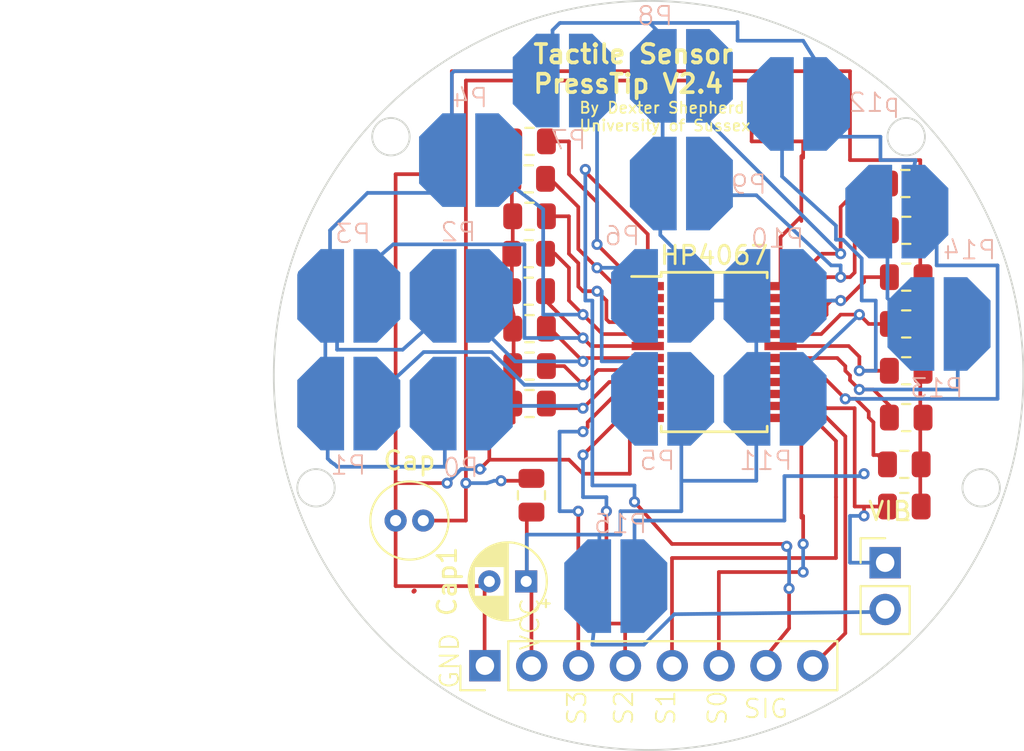
<source format=kicad_pcb>
(kicad_pcb (version 20221018) (generator pcbnew)
  (layers (0 "F.Cu" signal) (31 "B.Cu" signal) (34 "B.Paste" user) (35 "F.Paste" user) (36 "B.SilkS" user "B.Silkscreen") (37 "F.SilkS" user "F.Silkscreen") (38 "B.Mask" user) (39 "F.Mask" user) (44 "Edge.Cuts" user))
  (net 0 "")
  (footprint "Resistor_SMD:R_0805_2012Metric" (layer "F.Cu") (at 140.923 91.44)
    (fp_text reference "j15" hide)
    (fp_text value "R_0805_2012Metric" hide)
  )
  (footprint "Resistor_SMD:R_0805_2012Metric" (layer "F.Cu") (at 140.97 104.14)
    (fp_text reference "j10" hide)
    (fp_text value "R_0805_2012Metric" hide)
  )
  (footprint "Resistor_SMD:R_0805_2012Metric" (layer "F.Cu") (at 120.5465 101.346)
    (fp_text reference "j6" hide)
    (fp_text value "R_0805_2012Metric" hide)
  )
  (footprint "Resistor_SMD:R_0805_2012Metric" (layer "F.Cu") (at 140.97 101.6)
    (fp_text reference "j11" hide)
    (fp_text value "R_0805_2012Metric" hide)
  )
  (footprint "Connector_PinHeader_2.54mm:PinHeader_1x08_P2.54mm_Vertical" (layer "F.Cu") (at 118.125 117.602 90)
    (fp_text reference "GPIO" hide)
    (fp_text value "PinHeader_1x08_P2.54mm_Vertical" hide)
  )
  (footprint "Resistor_SMD:R_0805_2012Metric" (layer "F.Cu") (at 140.97 96.52)
    (fp_text reference "j13" hide)
    (fp_text value "R_0805_2012Metric" hide)
  )
  (footprint "Resistor_SMD:R_0805_2012Metric" (layer "F.Cu") (at 120.5465 99.314)
    (fp_text reference "j1" hide)
    (fp_text value "R_0805_2012Metric" hide)
  )
  (footprint "Package_SO:SSOP-24_5.3x8.2mm_P0.65mm" (layer "F.Cu") (at 130.556 100.584)
    (fp_text reference "HP4067")
    (fp_text value "SSOP-24_5.3x8.2mm_P0.65mm")
  )
  (footprint "Resistor_SMD:R_0805_2012Metric" (layer "F.Cu") (at 120.4995 97.282)
    (fp_text reference "j5" hide)
    (fp_text value "R_0805_2012Metric" hide)
  )
  (footprint "Capacitor_THT:CP_Radial_D4.0mm_P2.00mm" (layer "F.Cu") (at 120.364 113.03 180)
    (fp_text reference "Cap1")
    (fp_text value "CP_Radial_D4.0mm_P2.00mm" hide)
  )
  (footprint "Resistor_SMD:R_0805_2012Metric" (layer "F.Cu") (at 140.97 99.06)
    (fp_text reference "j12" hide)
    (fp_text value "R_0805_2012Metric" hide)
  )
  (footprint "Resistor_SMD:R_0805_2012Metric" (layer "F.Cu") (at 140.8665 108.966)
    (fp_text reference "j8" hide)
    (fp_text value "R_0805_2012Metric" hide)
  )
  (footprint "Resistor_SMD:R_0805_2012Metric" (layer "F.Cu") (at 120.5465 93.218)
    (fp_text reference "j3" hide)
    (fp_text value "R_0805_2012Metric" hide)
  )
  (footprint "Resistor_SMD:R_0805_2012Metric" (layer "F.Cu") (at 120.5465 103.378)
    (fp_text reference "j7" hide)
    (fp_text value "R_0805_2012Metric" hide)
  )
  (footprint "Resistor_SMD:R_0805_2012Metric" (layer "F.Cu") (at 120.65 108.3545 90)
    (fp_text reference "RP" hide)
    (fp_text value "R_0805_2012Metric" hide)
  )
  (footprint "Capacitor_THT:C_Radial_D4.0mm_H5.0mm_P1.50mm" (layer "F.Cu") (at 113.284 109.728)
    (fp_text reference "Cap")
    (fp_text value "C_Radial_D4.0mm_H5.0mm_P1.50mm")
  )
  (footprint "Resistor_SMD:R_0805_2012Metric" (layer "F.Cu") (at 120.4995 91.186)
    (fp_text reference "j4" hide)
    (fp_text value "R_0805_2012Metric" hide)
  )
  (footprint "Connector_PinHeader_2.54mm:PinHeader_1x02_P2.54mm_Vertical" (layer "F.Cu") (at 139.827 112.014)
    (fp_text reference "VIB")
    (fp_text value "PinHeader_1x02_P2.54mm_Vertical" hide)
  )
  (footprint "Resistor_SMD:R_0805_2012Metric" (layer "F.Cu") (at 140.8665 106.68)
    (fp_text reference "j9" hide)
    (fp_text value "R_0805_2012Metric" hide)
  )
  (footprint "Resistor_SMD:R_0805_2012Metric" (layer "F.Cu") (at 120.5465 89.154)
    (fp_text reference "j4.1" hide)
    (fp_text value "R_0805_2012Metric" hide)
  )
  (footprint "Resistor_SMD:R_0805_2012Metric" (layer "F.Cu") (at 120.4995 95.25)
    (fp_text reference "j2" hide)
    (fp_text value "R_0805_2012Metric" hide)
  )
  (footprint "Resistor_SMD:R_0805_2012Metric" (layer "F.Cu") (at 140.97 93.98)
    (fp_text reference "j14" hide)
    (fp_text value "R_0805_2012Metric" hide)
  )
  (gr_line (start 117.094 85.852) (end 132.588 85.852) (stroke (width 0.2)) (layer "F.Cu"))
  (gr_line (start 118.11 113.284) (end 113.284 113.284) (stroke (width 0.2)) (layer "F.Cu"))
  (gr_line (start 137.922 85.344) (end 137.922 90.17) (stroke (width 0.2)) (layer "F.Cu"))
  (gr_line (start 135.382 112.522) (end 130.81 112.522) (stroke (width 0.2)) (layer "F.Cu"))
  (gr_line (start 118.364 106.426) (end 122.682 106.426) (stroke (width 0.2)) (layer "F.Cu"))
  (gr_line (start 116.332 90.932) (end 116.332 85.344) (stroke (width 0.2)) (layer "F.Cu"))
  (gr_line (start 123.444 107.188) (end 125.984 107.188) (stroke (width 0.2)) (layer "F.Cu"))
  (gr_line (start 135.382 102.362) (end 135.128 102.362) (stroke (width 0.2)) (layer "F.Cu"))
  (gr_line (start 123.444 103.632) (end 121.666 103.632) (stroke (width 0.2)) (layer "F.Cu"))
  (gr_line (start 116.332 85.344) (end 137.922 85.344) (stroke (width 0.2)) (layer "F.Cu"))
  (gr_line (start 125.73 115.316) (end 125.73 117.348) (stroke (width 0.2)) (layer "F.Cu"))
  (gr_line (start 137.922 90.17) (end 141.732 90.17) (stroke (width 0.2)) (layer "F.Cu"))
  (gr_line (start 118.999 107.569) (end 120.396 107.569) (stroke (width 0.2)) (layer "F.Cu"))
  (gr_line (start 117.094 107.696) (end 117.094 85.852) (stroke (width 0.2)) (layer "F.Cu"))
  (gr_line (start 116.078 107.696) (end 113.284 107.696) (stroke (width 0.2)) (layer "F.Cu"))
  (gr_line (start 134.62 113.411) (end 134.62 115.57) (stroke (width 0.2)) (layer "F.Cu"))
  (gr_line (start 119.681 103.378) (end 119.681 98.552) (stroke (width 0.2)) (layer "F.Cu"))
  (gr_line (start 117.856 106.934) (end 118.364 106.426) (stroke (width 0.2)) (layer "F.Cu"))
  (gr_line (start 136.652 103.632) (end 135.382 102.362) (stroke (width 0.2)) (layer "F.Cu"))
  (gr_line (start 141.732 91.44) (end 141.732 109.22) (stroke (width 0.2)) (layer "F.Cu"))
  (gr_line (start 126.238 108.712) (end 128.27 110.998) (stroke (width 0.2)) (layer "F.Cu"))
  (gr_line (start 139.954 108.966) (end 138.176 108.966) (stroke (width 0.2)) (layer "F.Cu"))
  (gr_line (start 132.588 89.154) (end 135.382 89.154) (stroke (width 0.2)) (layer "F.Cu"))
  (gr_line (start 122.682 106.426) (end 123.444 107.188) (stroke (width 0.2)) (layer "F.Cu"))
  (gr_line (start 138.176 108.966) (end 138.176 103.632) (stroke (width 0.2)) (layer "F.Cu"))
  (gr_line (start 118.364 104.902) (end 119.681 104.394) (stroke (width 0.2)) (layer "F.Cu"))
  (gr_line (start 128.27 110.998) (end 134.493 110.998) (stroke (width 0.2)) (layer "F.Cu"))
  (gr_line (start 135.128 102.362) (end 134.874 102.108) (stroke (width 0.2)) (layer "F.Cu"))
  (gr_line (start 114.808 109.728) (end 117.094 109.728) (stroke (width 0.2)) (layer "F.Cu"))
  (gr_line (start 113.284 90.932) (end 116.332 90.932) (stroke (width 0.2)) (layer "F.Cu"))
  (gr_line (start 128.27 111.76) (end 128.27 117.602) (stroke (width 0.2)) (layer "F.Cu"))
  (gr_line (start 125.984 107.188) (end 125.984 104.14) (stroke (width 0.2)) (layer "F.Cu"))
  (gr_line (start 124.714 115.316) (end 125.73 115.316) (stroke (width 0.2)) (layer "F.Cu"))
  (gr_line (start 130.81 112.522) (end 130.81 117.348) (stroke (width 0.2)) (layer "F.Cu"))
  (gr_line (start 123.19 109.22) (end 123.19 116.84) (stroke (width 0.2)) (layer "F.Cu"))
  (gr_line (start 119.38 97.282) (end 119.681 98.552) (stroke (width 0.2)) (layer "F.Cu"))
  (gr_line (start 138.684 108.966) (end 138.684 109.474) (stroke (width 0.2)) (layer "F.Cu"))
  (gr_line (start 135.382 89.154) (end 135.382 90.043) (stroke (width 0.2)) (layer "F.Cu"))
  (gr_line (start 137.16 108.458) (end 137.16 111.76) (stroke (width 0.2)) (layer "F.Cu"))
  (gr_line (start 125.984 104.14) (end 126.492 104.14) (stroke (width 0.2)) (layer "F.Cu"))
  (gr_line (start 117.094 109.728) (end 117.094 107.696) (stroke (width 0.2)) (layer "F.Cu"))
  (gr_line (start 119.681 104.394) (end 119.681 102.87) (stroke (width 0.2)) (layer "F.Cu"))
  (gr_line (start 120.65 117.094) (end 120.65 113.284) (stroke (width 0.2)) (layer "F.Cu"))
  (gr_line (start 137.16 111.76) (end 128.27 111.76) (stroke (width 0.2)) (layer "F.Cu"))
  (gr_line (start 113.284 113.284) (end 113.284 109.728) (stroke (width 0.2)) (layer "F.Cu"))
  (gr_line (start 134.62 115.57) (end 133.477 116.967) (stroke (width 0.2)) (layer "F.Cu"))
  (gr_line (start 120.396 112.776) (end 120.396 109.22) (stroke (width 0.2)) (layer "F.Cu"))
  (gr_line (start 132.588 85.852) (end 132.588 89.154) (stroke (width 0.2)) (layer "F.Cu"))
  (gr_line (start 135.382 109.474) (end 135.382 110.744) (stroke (width 0.2)) (layer "F.Cu"))
  (gr_line (start 118.11 116.84) (end 118.11 113.284) (stroke (width 0.2)) (layer "F.Cu"))
  (gr_line (start 138.176 103.632) (end 136.652 103.632) (stroke (width 0.2)) (layer "F.Cu"))
  (gr_line (start 124.714 109.22) (end 124.714 115.316) (stroke (width 0.2)) (layer "F.Cu"))
  (gr_line (start 141.732 90.17) (end 141.732 91.44) (stroke (width 0.2)) (layer "F.Cu"))
  (gr_line (start 118.364 106.426) (end 118.364 104.902) (stroke (width 0.2)) (layer "F.Cu"))
  (gr_line (start 113.284 109.728) (end 113.284 90.932) (stroke (width 0.2)) (layer "F.Cu"))
  (gr_line (start 137.414 96.393) (end 137.414 95.885) (stroke (width 0.2)) (layer "B.Cu"))
  (gr_line (start 130.048 97.79) (end 132.588 97.79) (stroke (width 0.2)) (layer "B.Cu"))
  (gr_line (start 123.952 107.823) (end 126.238 107.823) (stroke (width 0.2)) (layer "B.Cu"))
  (gr_line (start 123.444 98.552) (end 121.285 98.552) (stroke (width 0.2)) (layer "B.Cu"))
  (gr_line (start 120.396 110.49) (end 124.333 110.49) (stroke (width 0.2)) (layer "B.Cu"))
  (gr_line (start 137.414 95.25) (end 130.302 88.138) (stroke (width 0.2)) (layer "B.Cu"))
  (gr_line (start 125.476 110.49) (end 124.333 110.49) (stroke (width 0.2)) (layer "B.Cu"))
  (gr_line (start 123.444 103.505) (end 118.237 103.505) (stroke (width 0.2)) (layer "B.Cu"))
  (gr_line (start 118.11 106.934) (end 117.856 106.934) (stroke (width 0.2)) (layer "B.Cu"))
  (gr_line (start 122.174 109.22) (end 123.19 109.22) (stroke (width 0.2)) (layer "B.Cu"))
  (gr_line (start 120.269 102.362) (end 118.491 100.584) (stroke (width 0.2)) (layer "B.Cu"))
  (gr_line (start 126.238 109.728) (end 126.238 111.379) (stroke (width 0.2)) (layer "B.Cu"))
  (gr_line (start 124.46 97.282) (end 124.46 101.092) (stroke (width 0.2)) (layer "B.Cu"))
  (gr_line (start 135.382 110.998) (end 135.382 112.522) (stroke (width 0.2)) (layer "B.Cu"))
  (gr_line (start 134.62 111.252) (end 134.62 113.538) (stroke (width 0.2)) (layer "B.Cu"))
  (gr_line (start 121.285 98.552) (end 121.285 92.837) (stroke (width 0.2)) (layer "B.Cu"))
  (gr_line (start 121.285 92.837) (end 119.761 91.694) (stroke (width 0.2)) (layer "B.Cu"))
  (gr_line (start 124.206 97.282) (end 124.46 97.282) (stroke (width 0.2)) (layer "B.Cu"))
  (gr_line (start 124.714 109.22) (end 124.714 108.458) (stroke (width 0.2)) (layer "B.Cu"))
  (gr_line (start 120.269 99.822) (end 120.269 94.742) (stroke (width 0.2)) (layer "B.Cu"))
  (gr_line (start 123.952 97.79) (end 123.952 107.823) (stroke (width 0.2)) (layer "B.Cu"))
  (gr_line (start 124.333 110.49) (end 124.333 111.506) (stroke (width 0.2)) (layer "B.Cu"))
  (gr_line (start 128.397 114.808) (end 126.746 116.459) (stroke (width 0.2)) (layer "B.Cu"))
  (gr_line (start 119.761 101.092) (end 118.364 99.695) (stroke (width 0.2)) (layer "B.Cu"))
  (gr_line (start 143.764 102.616) (end 143.764 101.092) (stroke (width 0.2)) (layer "B.Cu"))
  (gr_line (start 110.109 99.695) (end 110.109 100.457) (stroke (width 0.2)) (layer "B.Cu"))
  (gr_line (start 124.46 101.092) (end 126.365 101.092) (stroke (width 0.2)) (layer "B.Cu"))
  (gr_line (start 139.827 112.014) (end 137.922 112.014) (stroke (width 0.2)) (layer "B.Cu"))
  (gr_line (start 123.444 99.822) (end 120.269 99.822) (stroke (width 0.2)) (layer "B.Cu"))
  (gr_line (start 138.43 102.616) (end 143.764 102.616) (stroke (width 0.2)) (layer "B.Cu"))
  (gr_line (start 134.239 91.059) (end 137.16 93.726) (stroke (width 0.2)) (layer "B.Cu"))
  (gr_line (start 118.491 100.584) (end 114.808 100.584) (stroke (width 0.2)) (layer "B.Cu"))
  (gr_line (start 139.573 88.9) (end 139.573 90.17) (stroke (width 0.2)) (layer "B.Cu"))
  (gr_line (start 123.571 90.678) (end 123.571 97.79) (stroke (width 0.2)) (layer "B.Cu"))
  (gr_line (start 145.923 95.885) (end 142.621 95.885) (stroke (width 0.2)) (layer "B.Cu"))
  (gr_line (start 141.478 90.17) (end 141.351 90.678) (stroke (width 0.2)) (layer "B.Cu"))
  (gr_line (start 136.906 95.885) (end 132.842 92.075) (stroke (width 0.2)) (layer "B.Cu"))
  (gr_line (start 123.952 116.459) (end 124.079 115.189) (stroke (width 0.2)) (layer "B.Cu"))
  (gr_line (start 128.778 107.569) (end 128.778 109.22) (stroke (width 0.2)) (layer "B.Cu"))
  (gr_line (start 134.239 89.281) (end 134.239 91.059) (stroke (width 0.2)) (layer "B.Cu"))
  (gr_line (start 131.826 83.693) (end 135.382 83.693) (stroke (width 0.2)) (layer "B.Cu"))
  (gr_line (start 134.366 109.728) (end 126.238 109.728) (stroke (width 0.2)) (layer "B.Cu"))
  (gr_line (start 116.078 107.696) (end 116.84 106.934) (stroke (width 0.2)) (layer "B.Cu"))
  (gr_line (start 137.922 109.474) (end 138.684 109.474) (stroke (width 0.2)) (layer "B.Cu"))
  (gr_line (start 113.157 94.742) (end 112.268 95.504) (stroke (width 0.2)) (layer "B.Cu"))
  (gr_line (start 137.414 97.79) (end 136.398 97.79) (stroke (width 0.2)) (layer "B.Cu"))
  (gr_line (start 139.827 114.681) (end 128.397 114.808) (stroke (width 0.2)) (layer "B.Cu"))
  (gr_line (start 114.808 100.584) (end 113.157 102.108) (stroke (width 0.2)) (layer "B.Cu"))
  (gr_line (start 136.779 88.9) (end 139.573 88.9) (stroke (width 0.2)) (layer "B.Cu"))
  (gr_line (start 123.444 101.092) (end 119.761 101.092) (stroke (width 0.2)) (layer "B.Cu"))
  (gr_line (start 134.366 107.315) (end 134.366 109.728) (stroke (width 0.2)) (layer "B.Cu"))
  (gr_line (start 137.922 112.014) (end 137.922 109.474) (stroke (width 0.2)) (layer "B.Cu"))
  (gr_line (start 137.414 95.885) (end 136.906 95.885) (stroke (width 0.2)) (layer "B.Cu"))
  (gr_line (start 142.621 95.885) (end 142.621 94.615) (stroke (width 0.2)) (layer "B.Cu"))
  (gr_line (start 131.826 82.677) (end 131.826 83.693) (stroke (width 0.2)) (layer "B.Cu"))
  (gr_line (start 124.206 94.742) (end 124.206 87.503) (stroke (width 0.2)) (layer "B.Cu"))
  (gr_line (start 126.746 116.459) (end 123.952 116.459) (stroke (width 0.2)) (layer "B.Cu"))
  (gr_line (start 138.43 98.552) (end 135.636 101.219) (stroke (width 0.2)) (layer "B.Cu"))
  (gr_line (start 138.557 95.504) (end 138.557 97.79) (stroke (width 0.2)) (layer "B.Cu"))
  (gr_line (start 123.444 108.458) (end 124.714 108.458) (stroke (width 0.2)) (layer "B.Cu"))
  (gr_line (start 128.778 109.22) (end 125.476 109.22) (stroke (width 0.2)) (layer "B.Cu"))
  (gr_line (start 126.238 107.823) (end 126.238 108.712) (stroke (width 0.2)) (layer "B.Cu"))
  (gr_line (start 139.319 101.6) (end 138.557 101.6) (stroke (width 0.2)) (layer "B.Cu"))
  (gr_line (start 120.269 94.742) (end 113.157 94.742) (stroke (width 0.2)) (layer "B.Cu"))
  (gr_line (start 110.109 100.457) (end 113.665 100.457) (stroke (width 0.2)) (layer "B.Cu"))
  (gr_line (start 118.618 107.569) (end 118.999 107.569) (stroke (width 0.2)) (layer "B.Cu"))
  (gr_line (start 145.923 103.124) (end 145.923 95.885) (stroke (width 0.2)) (layer "B.Cu"))
  (gr_line (start 137.668 103.124) (end 145.923 103.124) (stroke (width 0.2)) (layer "B.Cu"))
  (gr_line (start 117.094 107.696) (end 118.237 107.696) (stroke (width 0.2)) (layer "B.Cu"))
  (gr_line (start 138.557 97.79) (end 139.319 97.79) (stroke (width 0.2)) (layer "B.Cu"))
  (gr_line (start 123.444 106.172) (end 123.444 108.458) (stroke (width 0.2)) (layer "B.Cu"))
  (gr_line (start 137.16 94.488) (end 137.541 94.488) (stroke (width 0.2)) (layer "B.Cu"))
  (gr_line (start 124.206 96.012) (end 125.984 96.012) (stroke (width 0.2)) (layer "B.Cu"))
  (gr_line (start 123.444 102.362) (end 120.269 102.362) (stroke (width 0.2)) (layer "B.Cu"))
  (gr_line (start 137.541 94.488) (end 138.557 95.504) (stroke (width 0.2)) (layer "B.Cu"))
  (gr_line (start 123.571 97.79) (end 123.952 97.79) (stroke (width 0.2)) (layer "B.Cu"))
  (gr_line (start 123.444 104.902) (end 122.174 104.902) (stroke (width 0.2)) (layer "B.Cu"))
  (gr_line (start 122.174 104.902) (end 122.174 109.22) (stroke (width 0.2)) (layer "B.Cu"))
  (gr_line (start 139.573 90.17) (end 141.478 90.17) (stroke (width 0.2)) (layer "B.Cu"))
  (gr_line (start 139.319 97.79) (end 139.319 101.6) (stroke (width 0.2)) (layer "B.Cu"))
  (gr_line (start 120.396 112.903) (end 120.396 110.49) (stroke (width 0.2)) (layer "B.Cu"))
  (gr_line (start 128.778 107.569) (end 128.778 104.902) (stroke (width 0.2)) (layer "B.Cu"))
  (gr_line (start 116.84 106.934) (end 118.11 106.934) (stroke (width 0.2)) (layer "B.Cu"))
  (gr_line (start 137.16 93.726) (end 137.16 94.488) (stroke (width 0.2)) (layer "B.Cu"))
  (gr_line (start 135.382 83.693) (end 136.017 84.709) (stroke (width 0.2)) (layer "B.Cu"))
  (gr_line (start 125.476 109.22) (end 125.476 110.49) (stroke (width 0.2)) (layer "B.Cu"))
  (gr_line (start 132.842 92.075) (end 131.191 92.075) (stroke (width 0.2)) (layer "B.Cu"))
  (gr_line (start 138.684 107.315) (end 134.366 107.315) (stroke (width 0.2)) (layer "B.Cu"))
  (gr_line (start 132.842 101.346) (end 132.842 99.314) (stroke (width 0.2)) (layer "B.Cu"))
  (gr_line (start 113.665 100.457) (end 114.935 99.314) (stroke (width 0.2)) (layer "B.Cu"))
  (gr_line (start 118.237 107.696) (end 118.618 107.569) (stroke (width 0.2)) (layer "B.Cu"))
  (gr_circle (center 145.034 107.95) (end 145.034 106.934) (stroke (width 0.1)) (fill none) (layer "Edge.Cuts"))
  (gr_circle (center 127 101.854) (end 127.254 81.534) (stroke (width 0.1)) (fill none) (layer "Edge.Cuts"))
  (gr_circle (center 113.03 88.9) (end 113.03 87.884) (stroke (width 0.1)) (fill none) (layer "Edge.Cuts"))
  (gr_circle (center 108.966 107.95) (end 108.966 106.934) (stroke (width 0.1)) (fill none) (layer "Edge.Cuts"))
  (gr_circle (center 140.97 88.9) (end 140.97 87.884) (stroke (width 0.1)) (fill none) (layer "Edge.Cuts"))
  (gr_text "P1\n" (at 111.76 107.315) (layer "B.SilkS") (effects (font (size 1 1) (thickness 0.1)) (justify left bottom mirror)))
  (gr_text "p12" (at 140.716 87.63) (layer "B.SilkS") (effects (font (size 1 1) (thickness 0.1)) (justify left bottom mirror)))
  (gr_text "P3\n" (at 112.014 94.742) (layer "B.SilkS") (effects (font (size 1 1) (thickness 0.1)) (justify left bottom mirror)))
  (gr_text "P0\n" (at 117.856 107.442) (layer "B.SilkS") (effects (font (size 1 1) (thickness 0.1)) (justify left bottom mirror)))
  (gr_text "P6" (at 126.619 94.869) (layer "B.SilkS") (effects (font (size 1 1) (thickness 0.1)) (justify left bottom mirror)))
  (gr_text "P10\n" (at 135.509 94.996) (layer "B.SilkS") (effects (font (size 1 1) (thickness 0.1)) (justify left bottom mirror)))
  (gr_text "P5" (at 128.524 107.061) (layer "B.SilkS") (effects (font (size 1 1) (thickness 0.1)) (justify left bottom mirror)))
  (gr_text "P11\n" (at 134.874 107.061) (layer "B.SilkS") (effects (font (size 1 1) (thickness 0.1)) (justify left bottom mirror)))
  (gr_text "P13\n" (at 144.145 103.124) (layer "B.SilkS") (effects (font (size 1 1) (thickness 0.1)) (justify left bottom mirror)))
  (gr_text "P7" (at 123.698 89.662) (layer "B.SilkS") (effects (font (size 1 1) (thickness 0.1)) (justify left bottom mirror)))
  (gr_text "P15\n" (at 127 110.49) (layer "B.SilkS") (effects (font (size 1 1) (thickness 0.1)) (justify left bottom mirror)))
  (gr_text "P14\n" (at 145.923 95.631) (layer "B.SilkS") (effects (font (size 1 1) (thickness 0.1)) (justify left bottom mirror)))
  (gr_text "P9" (at 133.477 92.075) (layer "B.SilkS") (effects (font (size 1 1) (thickness 0.1)) (justify left bottom mirror)))
  (gr_text "P2\n\n" (at 117.729 96.266) (layer "B.SilkS") (effects (font (size 1 1) (thickness 0.1)) (justify left bottom mirror)))
  (gr_text "P8\n" (at 128.397 82.931) (layer "B.SilkS") (effects (font (size 1 1) (thickness 0.1)) (justify left bottom mirror)))
  (gr_text "P4\n" (at 118.364 87.376) (layer "B.SilkS") (effects (font (size 1 1) (thickness 0.1)) (justify left bottom mirror)))
  (gr_text "VCC\n" (at 121.158 116.84 90) (layer "F.SilkS") (effects (font (size 1 1) (thickness 0.1)) (justify left bottom)))
  (gr_text "By Dexter Shepherd\nUniversity of Sussex" (at 123.19 88.646) (layer "F.SilkS") (effects (font (size 0.6 0.6) (thickness 0.1) bold) (justify left bottom)))
  (gr_text "S3" (at 123.698 120.904 90) (layer "F.SilkS") (effects (font (size 1 1) (thickness 0.1)) (justify left bottom)))
  (gr_text "SIG" (at 132.08 120.523) (layer "F.SilkS") (effects (font (size 1 1) (thickness 0.1)) (justify left bottom)))
  (gr_text "GND\n" (at 116.795 118.932 90) (layer "F.SilkS") (effects (font (size 1 1) (thickness 0.1)) (justify left bottom)))
  (gr_text "S2" (at 126.238 120.904 90) (layer "F.SilkS") (effects (font (size 1 1) (thickness 0.1)) (justify left bottom)))
  (gr_text "S0" (at 131.318 120.904 90) (layer "F.SilkS") (effects (font (size 1 1) (thickness 0.1)) (justify left bottom)))
  (gr_text "S1" (at 128.524 120.904 90) (layer "F.SilkS") (effects (font (size 1 1) (thickness 0.1)) (justify left bottom)))
  (gr_text "Tactile Sensor\nPressTip V2.4\n" (at 120.65 86.614) (layer "F.SilkS") (effects (font (size 1 1) (thickness 0.2) bold) (justify left bottom)))
  (segment (start 136.357 99.609) (end 134.156 99.609) (width 0.2) (layer "F.Cu") (net 0))
  (segment (start 124.206 94.742) (end 124.206 92.456) (width 0.2) (layer "F.Cu") (net 0))
  (segment (start 123.444 104.902) (end 125.984 104.902) (width 0) (layer "F.Cu") (net 0))
  (segment (start 122.682 89.154) (end 121.459 89.154) (width 0.2) (layer "F.Cu") (net 0))
  (segment (start 138.43 100.838) (end 137.851 100.259) (width 0.2) (layer "F.Cu") (net 0))
  (segment (start 136.144 97.028) (end 136.144 98.044) (width 0.2) (layer "F.Cu") (net 0))
  (segment (start 136.144 98.044) (end 135.879 98.309) (width 0.2) (layer "F.Cu") (net 0))
  (segment (start 137.922 101.854) (end 137.668 101.6) (width 0.2) (layer "F.Cu") (net 0))
  (segment (start 138.684 91.44) (end 140.0105 91.44) (width 0.2) (layer "F.Cu") (net 0))
  (segment (start 124.867 102.209) (end 126.956 102.209) (width 0.2) (layer "F.Cu") (net 0))
  (segment (start 121.666 99.314) (end 121.459 99.314) (width 0.2) (layer "F.Cu") (net 0))
  (segment (start 138.43 102.616) (end 139.192 102.616) (width 0.2) (layer "F.Cu") (net 0))
  (segment (start 124.206 94.742) (end 125.73 96.266) (width 0.2) (layer "F.Cu") (net 0))
  (segment (start 125.73 97.536) (end 125.853 97.659) (width 0.2) (layer "F.Cu") (net 0))
  (segment (start 136.652 98.552) (end 136.245 98.959) (width 0.2) (layer "F.Cu") (net 0))
  (segment (start 140.0575 103.4815) (end 140.0575 104.14) (width 0.2) (layer "F.Cu") (net 0))
  (segment (start 123.19 95.758) (end 122.682 95.25) (width 0.2) (layer "F.Cu") (net 0))
  (segment (start 122.682 95.25) (end 122.682 93.218) (width 0.2) (layer "F.Cu") (net 0))
  (segment (start 135.284 93.472) (end 135.284 93.218) (width 0.2) (layer "F.Cu") (net 0))
  (segment (start 137.668 101.346) (end 137.668 101.6) (width 0.2) (layer "F.Cu") (net 0))
  (segment (start 125.233 98.309) (end 126.956 98.309) (width 0.2) (layer "F.Cu") (net 0))
  (segment (start 121.666 91.186) (end 121.412 91.186) (width 0.2) (layer "F.Cu") (net 0))
  (segment (start 137.414 98.552) (end 136.357 99.609) (width 0.2) (layer "F.Cu") (net 0))
  (segment (start 123.881 100.259) (end 126.956 100.259) (width 0.2) (layer "F.Cu") (net 0))
  (segment (start 135.284 93.218) (end 134.156 94.346) (width 0.2) (layer "F.Cu") (net 0))
  (segment (start 138.176 94.488) (end 138.684 93.98) (width 0.2) (layer "F.Cu") (net 0))
  (segment (start 138.43 101.6) (end 140.0575 101.6) (width 0.2) (layer "F.Cu") (net 0))
  (segment (start 124.206 96.012) (end 125.222 97.028) (width 0.2) (layer "F.Cu") (net 0))
  (segment (start 137.922 102.108) (end 138.43 102.616) (width 0.2) (layer "F.Cu") (net 0))
  (segment (start 123.19 92.71) (end 121.666 91.186) (width 0.2) (layer "F.Cu") (net 0))
  (segment (start 123.698 104.648) (end 123.444 104.902) (width 0.2) (layer "F.Cu") (net 0))
  (segment (start 137.668 103.124) (end 136.103 101.559) (width 0.2) (layer "F.Cu") (net 0))
  (segment (start 137.414 97.79) (end 137.668 97.79) (width 0.2) (layer "F.Cu") (net 0))
  (segment (start 119.634 93.218) (end 119.634 95.203) (width 0.2) (layer "F.Cu") (net 0))
  (segment (start 137.668 115.839) (end 135.905 117.602) (width 0.2) (layer "F.Cu") (net 0))
  (segment (start 136.652 98.044) (end 136.652 98.552) (width 0.2) (layer "F.Cu") (net 0))
  (segment (start 138.43 98.552) (end 138.938 99.06) (width 0.2) (layer "F.Cu") (net 0))
  (segment (start 137.922 102.108) (end 137.922 101.854) (width 0.2) (layer "F.Cu") (net 0))
  (segment (start 138.684 96.774) (end 138.684 96.52) (width 0.2) (layer "F.Cu") (net 0))
  (segment (start 139.446 106.172) (end 139.954 106.68) (width 0.2) (layer "F.Cu") (net 0))
  (segment (start 134.156 100.909) (end 137.231 100.909) (width 0.2) (layer "F.Cu") (net 0))
  (segment (start 119.587 95.25) (end 119.587 97.282) (width 0.2) (layer "F.Cu") (net 0))
  (segment (start 124.206 97.282) (end 124.714 97.79) (width 0.2) (layer "F.Cu") (net 0))
  (segment (start 120.665 113.331) (end 120.364 113.03) (width 0) (layer "F.Cu") (net 0))
  (segment (start 124.867 98.959) (end 126.956 98.959) (width 0.2) (layer "F.Cu") (net 0))
  (segment (start 138.938 104.14) (end 139.192 104.394) (width 0.2) (layer "F.Cu") (net 0))
  (segment (start 125.222 97.028) (end 125.222 98.298) (width 0.2) (layer "F.Cu") (net 0))
  (segment (start 137.414 95.25) (end 136.398 95.25) (width 0.2) (layer "F.Cu") (net 0))
  (segment (start 124.247 101.559) (end 126.956 101.559) (width 0.2) (layer "F.Cu") (net 0))
  (segment (start 137.668 105.156) (end 137.668 115.839) (width 0.2) (layer "F.Cu") (net 0))
  (segment (start 123.444 102.362) (end 124.247 101.559) (width 0.2) (layer "F.Cu") (net 0))
  (segment (start 138.43 101.6) (end 138.43 100.838) (width 0.2) (layer "F.Cu") (net 0))
  (segment (start 137.668 105.156) (end 135.371 102.859) (width 0.2) (layer "F.Cu") (net 0))
  (segment (start 123.444 106.172) (end 125.476 104.14) (width 0.2) (layer "F.Cu") (net 0))
  (segment (start 134.156 94.346) (end 134.156 97.009) (width 0.2) (layer "F.Cu") (net 0))
  (segment (start 125.853 97.659) (end 126.956 97.659) (width 0.2) (layer "F.Cu") (net 0))
  (segment (start 122.682 93.218) (end 121.459 93.218) (width 0.2) (layer "F.Cu") (net 0))
  (segment (start 121.92 95.25) (end 121.412 95.25) (width 0.2) (layer "F.Cu") (net 0))
  (segment (start 125.476 104.14) (end 125.476 103.632) (width 0.2) (layer "F.Cu") (net 0))
  (segment (start 123.19 97.028) (end 123.19 95.758) (width 0.2) (layer "F.Cu") (net 0))
  (segment (start 136.906 97.79) (end 136.652 98.044) (width 0.2) (layer "F.Cu") (net 0))
  (segment (start 125.222 98.298) (end 125.233 98.309) (width 0.2) (layer "F.Cu") (net 0))
  (segment (start 123.571 90.805) (end 123.571 90.678) (width 0.2) (layer "F.Cu") (net 0))
  (segment (start 137.922 96.52) (end 138.176 96.266) (width 0.2) (layer "F.Cu") (net 0))
  (segment (start 124.714 97.79) (end 124.714 98.806) (width 0.2) (layer "F.Cu") (net 0))
  (segment (start 123.444 103.632) (end 124.867 102.209) (width 0.2) (layer "F.Cu") (net 0))
  (segment (start 137.851 100.259) (end 134.156 100.259) (width 0.2) (layer "F.Cu") (net 0))
  (segment (start 120.665 117.602) (end 120.665 113.331) (width 0) (layer "F.Cu") (net 0))
  (segment (start 122.682 97.79) (end 122.682 96.012) (width 0.2) (layer "F.Cu") (net 0))
  (segment (start 124.206 97.282) (end 123.444 97.282) (width 0.2) (layer "F.Cu") (net 0))
  (segment (start 137.414 95.25) (end 137.414 92.71) (width 0.2) (layer "F.Cu") (net 0))
  (segment (start 121.412 97.79) (end 121.412 97.282) (width 0.2) (layer "F.Cu") (net 0))
  (segment (start 124.501 99.609) (end 126.956 99.609) (width 0.2) (layer "F.Cu") (net 0))
  (segment (start 138.43 98.552) (end 137.414 98.552) (width 0.2) (layer "F.Cu") (net 0))
  (segment (start 125.73 96.266) (end 125.73 97.536) (width 0.2) (layer "F.Cu") (net 0))
  (segment (start 135.636 96.012) (end 135.636 97.536) (width 0.2) (layer "F.Cu") (net 0))
  (segment (start 137.414 97.79) (end 136.906 97.79) (width 0.2) (layer "F.Cu") (net 0))
  (segment (start 138.684 96.52) (end 140.0575 96.52) (width 0.2) (layer "F.Cu") (net 0))
  (segment (start 123.444 102.362) (end 122.428 101.346) (width 0.2) (layer "F.Cu") (net 0))
  (segment (start 137.414 96.52) (end 137.922 96.52) (width 0.2) (layer "F.Cu") (net 0))
  (segment (start 137.414 92.71) (end 138.684 91.44) (width 0.2) (layer "F.Cu") (net 0))
  (segment (start 119.587 91.186) (end 119.587 89.201) (width 0.2) (layer "F.Cu") (net 0))
  (segment (start 136.398 95.25) (end 135.636 96.012) (width 0.2) (layer "F.Cu") (net 0))
  (segment (start 138.176 96.266) (end 138.176 94.488) (width 0.2) (layer "F.Cu") (net 0))
  (segment (start 137.668 97.79) (end 138.684 96.774) (width 0.2) (layer "F.Cu") (net 0))
  (segment (start 135.513 97.659) (end 134.156 97.659) (width 0.2) (layer "F.Cu") (net 0))
  (segment (start 137.16 105.41) (end 135.259 103.509) (width 0.2) (layer "F.Cu") (net 0))
  (segment (start 139.192 104.394) (end 139.192 106.172) (width 0.2) (layer "F.Cu") (net 0))
  (segment (start 135.371 102.859) (end 134.156 102.859) (width 0.2) (layer "F.Cu") (net 0))
  (segment (start 138.938 103.828315) (end 138.938 104.14) (width 0.2) (layer "F.Cu") (net 0))
  (segment (start 123.444 98.552) (end 122.682 97.79) (width 0.2) (layer "F.Cu") (net 0))
  (segment (start 126.956 94.19) (end 123.571 90.805) (width 0.2) (layer "F.Cu") (net 0))
  (segment (start 135.284 89.9645) (end 135.3325 89.916) (width 0.2) (layer "F.Cu") (net 0))
  (segment (start 123.444 99.822) (end 121.412 97.79) (width 0.2) (layer "F.Cu") (net 0))
  (segment (start 123.444 99.822) (end 123.881 100.259) (width 0.2) (layer "F.Cu") (net 0))
  (segment (start 126.956 97.009) (end 126.956 94.19) (width 0.2) (layer "F.Cu") (net 0))
  (segment (start 123.627 100.909) (end 126.956 100.909) (width 0.2) (layer "F.Cu") (net 0))
  (segment (start 122.428 101.346) (end 121.459 101.346) (width 0.2) (layer "F.Cu") (net 0))
  (segment (start 123.444 98.552) (end 124.501 99.609) (width 0.2) (layer "F.Cu") (net 0))
  (segment (start 125.233 102.859) (end 126.956 102.859) (width 0.2) (layer "F.Cu") (net 0))
  (segment (start 119.587 89.201) (end 119.634 89.154) (width 0.2) (layer "F.Cu") (net 0))
  (segment (start 124.714 98.806) (end 124.867 98.959) (width 0.2) (layer "F.Cu") (net 0))
  (segment (start 125.476 103.632) (end 125.599 103.509) (width 0.2) (layer "F.Cu") (net 0))
  (segment (start 138.233685 103.124) (end 138.938 103.828315) (width 0.2) (layer "F.Cu") (net 0))
  (segment (start 124.206 92.456) (end 122.682 90.932) (width 0.2) (layer "F.Cu") (net 0))
  (segment (start 136.245 98.959) (end 134.156 98.959) (width 0.2) (layer "F.Cu") (net 0))
  (segment (start 119.634 95.203) (end 119.587 95.25) (width 0.2) (layer "F.Cu") (net 0))
  (segment (start 135.284 109.572) (end 135.284 105.287) (width 0.2) (layer "F.Cu") (net 0))
  (segment (start 138.684 93.98) (end 140.0575 93.98) (width 0.2) (layer "F.Cu") (net 0))
  (segment (start 135.879 98.309) (end 134.156 98.309) (width 0.2) (layer "F.Cu") (net 0))
  (segment (start 137.231 100.909) (end 137.668 101.346) (width 0.2) (layer "F.Cu") (net 0))
  (segment (start 137.16 108.458) (end 137.16 105.41) (width 0.2) (layer "F.Cu") (net 0))
  (segment (start 119.587 91.186) (end 119.587 93.171) (width 0.2) (layer "F.Cu") (net 0))
  (segment (start 123.444 101.092) (end 123.627 100.909) (width 0.2) (layer "F.Cu") (net 0))
  (segment (start 123.444 97.282) (end 123.19 97.028) (width 0.2) (layer "F.Cu") (net 0))
  (segment (start 136.652 96.52) (end 136.144 97.028) (width 0.2) (layer "F.Cu") (net 0))
  (segment (start 135.284 93.218) (end 135.284 89.9645) (width 0.2) (layer "F.Cu") (net 0))
  (segment (start 124.206 96.012) (end 123.19 94.996) (width 0.2) (layer "F.Cu") (net 0))
  (segment (start 137.668 103.124) (end 138.233685 103.124) (width 0.2) (layer "F.Cu") (net 0))
  (segment (start 123.698 104.394) (end 123.698 104.648) (width 0.2) (layer "F.Cu") (net 0))
  (segment (start 123.19 94.996) (end 123.19 92.71) (width 0.2) (layer "F.Cu") (net 0))
  (segment (start 122.682 90.932) (end 122.682 89.154) (width 0.2) (layer "F.Cu") (net 0))
  (segment (start 138.938 99.06) (end 140.0575 99.06) (width 0.2) (layer "F.Cu") (net 0))
  (segment (start 135.284 105.287) (end 134.156 104.159) (width 0.2) (layer "F.Cu") (net 0))
  (segment (start 137.414 96.52) (end 136.652 96.52) (width 0.2) (layer "F.Cu") (net 0))
  (segment (start 119.634 103.378) (end 119.634 98.552) (width 0) (layer "F.Cu") (net 0))
  (segment (start 136.103 101.559) (end 134.156 101.559) (width 0.2) (layer "F.Cu") (net 0))
  (segment (start 139.192 106.172) (end 139.446 106.172) (width 0.2) (layer "F.Cu") (net 0))
  (segment (start 122.682 96.012) (end 121.92 95.25) (width 0.2) (layer "F.Cu") (net 0))
  (segment (start 119.587 93.171) (end 119.634 93.218) (width 0.2) (layer "F.Cu") (net 0))
  (segment (start 135.259 103.509) (end 134.156 103.509) (width 0.2) (layer "F.Cu") (net 0))
  (segment (start 123.698 104.394) (end 125.233 102.859) (width 0.2) (layer "F.Cu") (net 0))
  (segment (start 135.636 97.536) (end 135.513 97.659) (width 0.2) (layer "F.Cu") (net 0))
  (segment (start 114.3 113.538) (end 114.27 113.568) (width 0.25) (layer "F.Cu") (net 0))
  (segment (start 125.599 103.509) (end 126.956 103.509) (width 0.2) (layer "F.Cu") (net 0))
  (segment (start 123.444 101.092) (end 121.666 99.314) (width 0.2) (layer "F.Cu") (net 0))
  (segment (start 139.192 102.616) (end 140.0575 103.4815) (width 0.2) (layer "F.Cu") (net 0))
  (via (at 138.43 101.6) (size 0.6) (drill 0.3) (layers "F.Cu" "B.Cu") (net 0))
  (via (at 137.414 96.52) (size 0.6) (drill 0.3) (layers "F.Cu" "B.Cu") (net 0))
  (via (at 123.19 109.22) (size 0.6) (drill 0.3) (layers "F.Cu" "B.Cu") (net 0))
  (via (at 123.571 90.678) (size 0.6) (drill 0.3) (layers "F.Cu" "B.Cu") (net 0))
  (via (at 118.999 107.569) (size 0.6) (drill 0.3) (layers "F.Cu" "B.Cu") (net 0))
  (via (at 138.684 109.474) (size 0.6) (drill 0.3) (layers "F.Cu" "B.Cu") (net 0))
  (via (at 124.714 109.22) (size 0.6) (drill 0.3) (layers "F.Cu" "B.Cu") (net 0))
  (via (at 137.668 103.124) (size 0.6) (drill 0.3) (layers "F.Cu" "B.Cu") (net 0))
  (via (at 124.206 97.282) (size 0.6) (drill 0.3) (layers "F.Cu" "B.Cu") (net 0))
  (via (at 137.414 95.25) (size 0.6) (drill 0.3) (layers "F.Cu" "B.Cu") (net 0))
  (via (at 123.444 98.552) (size 0.6) (drill 0.3) (layers "F.Cu" "B.Cu") (net 0))
  (via (at 134.62 113.411) (size 0.6) (drill 0.3) (layers "F.Cu" "B.Cu") (net 0))
  (via (at 124.206 96.012) (size 0.6) (drill 0.3) (layers "F.Cu" "B.Cu") (net 0))
  (via (at 123.444 102.362) (size 0.6) (drill 0.3) (layers "F.Cu" "B.Cu") (net 0))
  (via (at 135.382 112.522) (size 0.6) (drill 0.3) (layers "F.Cu" "B.Cu") (net 0))
  (via (at 116.078 107.696) (size 0.6) (drill 0.3) (layers "F.Cu" "B.Cu") (net 0))
  (via (at 137.414 97.79) (size 0.6) (drill 0.3) (layers "F.Cu" "B.Cu") (net 0))
  (via (at 138.43 98.552) (size 0.6) (drill 0.3) (layers "F.Cu" "B.Cu") (net 0))
  (via (at 123.444 101.092) (size 0.6) (drill 0.3) (layers "F.Cu" "B.Cu") (net 0))
  (via (at 126.238 108.712) (size 0.6) (drill 0.3) (layers "F.Cu" "B.Cu") (net 0))
  (via (at 138.43 102.616) (size 0.6) (drill 0.3) (layers "F.Cu" "B.Cu") (net 0))
  (via (at 123.444 104.902) (size 0.6) (drill 0.3) (layers "F.Cu" "B.Cu") (net 0))
  (via (at 138.684 107.188) (size 0.6) (drill 0.3) (layers "F.Cu" "B.Cu") (net 0))
  (via (at 117.094 107.696) (size 0.6) (drill 0.3) (layers "F.Cu" "B.Cu") (net 0))
  (via (at 123.444 106.172) (size 0.6) (drill 0.3) (layers "F.Cu" "B.Cu") (net 0))
  (via (at 124.206 94.742) (size 0.6) (drill 0.3) (layers "F.Cu" "B.Cu") (net 0))
  (via (at 117.856 106.934) (size 0.6) (drill 0.3) (layers "F.Cu" "B.Cu") (net 0))
  (via (at 123.444 99.822) (size 0.6) (drill 0.3) (layers "F.Cu" "B.Cu") (net 0))
  (via (at 134.493 111.125) (size 0.6) (drill 0.3) (layers "F.Cu" "B.Cu") (net 0))
  (via (at 135.382 110.998) (size 0.6) (drill 0.3) (layers "F.Cu" "B.Cu") (net 0))
  (via (at 123.444 103.632) (size 0.6) (drill 0.3) (layers "F.Cu" "B.Cu") (net 0))
  (segment (start 127.050532 82.727532) (end 131.782627 82.727532) (width 0.2) (layer "B.Cu") (net 0))
  (segment (start 132.842 107.569) (end 132.842 105.156) (width 0.2) (layer "B.Cu") (net 0))
  (segment (start 109.474 99.568) (end 109.474 102.108) (width 0.2) (layer "B.Cu") (net 0))
  (segment (start 139.954 94.869) (end 139.954 97.663) (width 0.2) (layer "B.Cu") (net 0))
  (segment (start 139.954 97.663) (end 140.335 98.044) (width 0.2) (layer "B.Cu") (net 0))
  (segment (start 121.793 83.693) (end 121.793 83.120398) (width 0.2) (layer "B.Cu") (net 0))
  (segment (start 132.842 105.156) (end 132.715 105.029) (width 0.2) (layer "B.Cu") (net 0))
  (segment (start 127.762 87.376) (end 127.762 90.678) (width 0.2) (layer "B.Cu") (net 0))
  (segment (start 121.793 83.120398) (end 122.174 82.739398) (width 0.2) (layer "B.Cu") (net 0))
  (segment (start 122.219897 82.727532) (end 127.050532 82.727532) (width 0.2) (layer "B.Cu") (net 0))
  (segment (start 109.951826 106.662089) (end 109.997771 106.692789) (width 0.2) (layer "B.Cu") (net 0))
  (segment (start 127.635 94.234) (end 128.778 95.377) (width 0.2) (layer "B.Cu") (net 0))
  (segment (start 109.601 106.365439) (end 109.788561 106.553) (width 0.2) (layer "B.Cu") (net 0))
  (segment (start 122.174 82.739398) (end 122.219897 82.727532) (width 0.2) (layer "B.Cu") (net 0))
  (segment (start 109.788561 106.553) (end 109.951826 106.662089) (width 0.2) (layer "B.Cu") (net 0))
  (segment (start 127.050532 82.727532) (end 127.889 83.566) (width 0.2) (layer "B.Cu") (net 0))
  (segment (start 109.997771 106.692789) (end 110.111982 106.807) (width 0.2) (layer "B.Cu") (net 0))
  (segment (start 110.111982 106.807) (end 115.951 106.807) (width 0.2) (layer "B.Cu") (net 0))
  (segment (start 116.332 85.466659) (end 116.454659 85.344) (width 0.2) (layer "B.Cu") (net 0))
  (segment (start 109.728 95.377) (end 109.728 93.98) (width 0.2) (layer "B.Cu") (net 0))
  (segment (start 116.454659 85.344) (end 120.142 85.344) (width 0.2) (layer "B.Cu") (net 0))
  (segment (start 115.951 106.807) (end 115.951 105.41) (width 0.2) (layer "B.Cu") (net 0))
  (segment (start 109.855 93.853) (end 111.76 91.948) (width 0.2) (layer "B.Cu") (net 0))
  (segment (start 109.474 102.108) (end 109.347 102.235) (width 0.2) (layer "B.Cu") (net 0))
  (segment (start 111.76 91.948) (end 115.443 91.948) (width 0.2) (layer "B.Cu") (net 0))
  (segment (start 127.635 93.345) (end 127.635 94.234) (width 0.2) (layer "B.Cu") (net 0))
  (segment (start 128.778 107.569) (end 132.842 107.569) (width 0.2) (layer "B.Cu") (net 0))
  (segment (start 109.601 105.537) (end 109.601 106.365439) (width 0.2) (layer "B.Cu") (net 0))
  (segment (start 109.728 93.98) (end 109.855 93.853) (width 0.2) (layer "B.Cu") (net 0))
  (segment (start 118.157 113.284) (end 117.903 113.284) (width 0.25) (layer "B.Cu") (net 0))
  (segment (start 116.332 88.011) (end 116.332 85.466659) (width 0.2) (layer "B.Cu") (net 0))
  (zone (net 0) (net_name "") (layer "B.Cu") (connect_pads no (clearance 0)) (min_thickness 0.025) (fill yes (thermal_gap 0.025) (thermal_bridge_width 0.025) (island_removal_mode 1) (island_area_min 10))
    (polygon (pts (xy 113.538 102.108) (xy 112.268 100.838) (xy 110.998 100.838) (xy 110.998 102.108) (xy 110.998 104.648) (xy 110.998 105.918) (xy 112.268 105.918) (xy 113.538 104.648)))
  )
  (zone (net 0) (net_name "") (layer "B.Cu") (connect_pads no (clearance 0)) (min_thickness 0.025) (fill yes (thermal_gap 0.025) (thermal_bridge_width 0.025) (island_removal_mode 1) (island_area_min 10))
    (polygon (pts (xy 114.046 98.806) (xy 115.316 100.076) (xy 116.586 100.076) (xy 116.586 98.806) (xy 116.586 96.266) (xy 116.586 94.996) (xy 115.316 94.996) (xy 114.046 96.266)))
  )
  (zone (net 0) (net_name "") (layer "B.Cu") (connect_pads no (clearance 0)) (min_thickness 0.025) (fill yes (thermal_gap 0.025) (thermal_bridge_width 0.025) (island_removal_mode 1) (island_area_min 10))
    (polygon (pts (xy 143.256 91.694) (xy 141.986 90.424) (xy 140.716 90.424) (xy 140.716 91.694) (xy 140.716 94.234) (xy 140.716 95.504) (xy 141.986 95.504) (xy 143.256 94.234)))
  )
  (zone (net 0) (net_name "") (layer "B.Cu") (connect_pads no (clearance 0)) (min_thickness 0.025) (fill yes (thermal_gap 0.025) (thermal_bridge_width 0.025) (island_removal_mode 1) (island_area_min 10))
    (polygon (pts (xy 113.538 96.266) (xy 112.268 94.996) (xy 110.998 94.996) (xy 110.998 96.266) (xy 110.998 98.806) (xy 110.998 100.076) (xy 112.268 100.076) (xy 113.538 98.806)))
  )
  (zone (net 0) (net_name "") (layer "B.Cu") (connect_pads no (clearance 0)) (min_thickness 0.025) (fill yes (thermal_gap 0.025) (thermal_bridge_width 0.025) (island_removal_mode 1) (island_area_min 10))
    (polygon (pts (xy 145.542 97.79) (xy 144.272 96.52) (xy 143.002 96.52) (xy 143.002 97.79) (xy 143.002 100.33) (xy 143.002 101.6) (xy 144.272 101.6) (xy 145.542 100.33)))
  )
  (zone (net 0) (net_name "") (layer "B.Cu") (connect_pads no (clearance 0)) (min_thickness 0.025) (fill yes (thermal_gap 0.025) (thermal_bridge_width 0.025) (island_removal_mode 1) (island_area_min 10))
    (polygon (pts (xy 125.984 92.71) (xy 127.254 93.98) (xy 128.524 93.98) (xy 128.524 92.71) (xy 128.524 90.17) (xy 128.524 88.9) (xy 127.254 88.9) (xy 125.984 90.17)))
  )
  (zone (net 0) (net_name "") (layer "B.Cu") (connect_pads no (clearance 0)) (min_thickness 0.025) (fill yes (thermal_gap 0.025) (thermal_bridge_width 0.025) (island_removal_mode 1) (island_area_min 10))
    (polygon (pts (xy 125.984 86.868) (xy 127.254 88.138) (xy 128.524 88.138) (xy 128.524 86.868) (xy 128.524 84.328) (xy 128.524 83.058) (xy 127.254 83.058) (xy 125.984 84.328)))
  )
  (zone (net 0) (net_name "") (layer "B.Cu") (connect_pads no (clearance 0)) (min_thickness 0.025) (fill yes (thermal_gap 0.025) (thermal_bridge_width 0.025) (island_removal_mode 1) (island_area_min 10))
    (polygon (pts (xy 131.572 90.17) (xy 130.302 88.9) (xy 129.032 88.9) (xy 129.032 90.17) (xy 129.032 92.71) (xy 129.032 93.98) (xy 130.302 93.98) (xy 131.572 92.71)))
  )
  (zone (net 0) (net_name "") (layer "B.Cu") (connect_pads no (clearance 0)) (min_thickness 0.025) (fill yes (thermal_gap 0.025) (thermal_bridge_width 0.025) (island_removal_mode 1) (island_area_min 10))
    (polygon (pts (xy 119.634 87.122) (xy 120.904 88.392) (xy 122.174 88.392) (xy 122.174 87.122) (xy 122.174 84.582) (xy 122.174 83.312) (xy 120.904 83.312) (xy 119.634 84.582)))
  )
  (zone (net 0) (net_name "") (layer "B.Cu") (connect_pads no (clearance 0)) (min_thickness 0.025) (fill yes (thermal_gap 0.025) (thermal_bridge_width 0.025) (island_removal_mode 1) (island_area_min 10))
    (polygon (pts (xy 131.064 104.394) (xy 132.334 105.664) (xy 133.604 105.664) (xy 133.604 104.394) (xy 133.604 101.854) (xy 133.604 100.584) (xy 132.334 100.584) (xy 131.064 101.854)))
  )
  (zone (net 0) (net_name "") (layer "B.Cu") (connect_pads no (clearance 0)) (min_thickness 0.025) (fill yes (thermal_gap 0.025) (thermal_bridge_width 0.025) (island_removal_mode 1) (island_area_min 10))
    (polygon (pts (xy 125.222 84.582) (xy 123.952 83.312) (xy 122.682 83.312) (xy 122.682 84.582) (xy 122.682 87.122) (xy 122.682 88.392) (xy 123.952 88.392) (xy 125.222 87.122)))
  )
  (zone (net 0) (net_name "") (layer "B.Cu") (connect_pads no (clearance 0)) (min_thickness 0.025) (fill yes (thermal_gap 0.025) (thermal_bridge_width 0.025) (island_removal_mode 1) (island_area_min 10))
    (polygon (pts (xy 124.968 104.394) (xy 126.238 105.664) (xy 127.508 105.664) (xy 127.508 104.394) (xy 127.508 101.854) (xy 127.508 100.584) (xy 126.238 100.584) (xy 124.968 101.854)))
  )
  (zone (net 0) (net_name "") (layer "B.Cu") (connect_pads no (clearance 0)) (min_thickness 0.025) (fill yes (thermal_gap 0.025) (thermal_bridge_width 0.025) (island_removal_mode 1) (island_area_min 10))
    (polygon (pts (xy 107.95 104.648) (xy 109.22 105.918) (xy 110.49 105.918) (xy 110.49 104.648) (xy 110.49 102.108) (xy 110.49 100.838) (xy 109.22 100.838) (xy 107.95 102.108)))
  )
  (zone (net 0) (net_name "") (layer "B.Cu") (connect_pads no (clearance 0)) (min_thickness 0.025) (fill yes (thermal_gap 0.025) (thermal_bridge_width 0.025) (island_removal_mode 1) (island_area_min 10))
    (polygon (pts (xy 122.428 114.554) (xy 123.698 115.824) (xy 124.968 115.824) (xy 124.968 114.554) (xy 124.968 112.014) (xy 124.968 110.744) (xy 123.698 110.744) (xy 122.428 112.014)))
  )
  (zone (net 0) (net_name "") (layer "B.Cu") (connect_pads no (clearance 0)) (min_thickness 0.025) (fill yes (thermal_gap 0.025) (thermal_bridge_width 0.025) (island_removal_mode 1) (island_area_min 10))
    (polygon (pts (xy 130.556 101.854) (xy 129.286 100.584) (xy 128.016 100.584) (xy 128.016 101.854) (xy 128.016 104.394) (xy 128.016 105.664) (xy 129.286 105.664) (xy 130.556 104.394)))
  )
  (zone (net 0) (net_name "") (layer "B.Cu") (connect_pads no (clearance 0)) (min_thickness 0.025) (fill yes (thermal_gap 0.025) (thermal_bridge_width 0.025) (island_removal_mode 1) (island_area_min 10))
    (polygon (pts (xy 114.046 104.648) (xy 115.316 105.918) (xy 116.586 105.918) (xy 116.586 104.648) (xy 116.586 102.108) (xy 116.586 100.838) (xy 115.316 100.838) (xy 114.046 102.108)))
  )
  (zone (net 0) (net_name "") (layer "B.Cu") (connect_pads no (clearance 0)) (min_thickness 0.025) (fill yes (thermal_gap 0.025) (thermal_bridge_width 0.025) (island_removal_mode 1) (island_area_min 10))
    (polygon (pts (xy 119.634 96.266) (xy 118.364 94.996) (xy 117.094 94.996) (xy 117.094 96.266) (xy 117.094 98.806) (xy 117.094 100.076) (xy 118.364 100.076) (xy 119.634 98.806)))
  )
  (zone (net 0) (net_name "") (layer "B.Cu") (connect_pads no (clearance 0)) (min_thickness 0.025) (fill yes (thermal_gap 0.025) (thermal_bridge_width 0.025) (island_removal_mode 1) (island_area_min 10))
    (polygon (pts (xy 136.652 96.266) (xy 135.382 94.996) (xy 134.112 94.996) (xy 134.112 96.266) (xy 134.112 98.806) (xy 134.112 100.076) (xy 135.382 100.076) (xy 136.652 98.806)))
  )
  (zone (net 0) (net_name "") (layer "B.Cu") (connect_pads no (clearance 0)) (min_thickness 0.025) (fill yes (thermal_gap 0.025) (thermal_bridge_width 0.025) (island_removal_mode 1) (island_area_min 10))
    (polygon (pts (xy 131.064 98.806) (xy 132.334 100.076) (xy 133.604 100.076) (xy 133.604 98.806) (xy 133.604 96.266) (xy 133.604 94.996) (xy 132.334 94.996) (xy 131.064 96.266)))
  )
  (zone (net 0) (net_name "") (layer "B.Cu") (connect_pads no (clearance 0)) (min_thickness 0.025) (fill yes (thermal_gap 0.025) (thermal_bridge_width 0.025) (island_removal_mode 1) (island_area_min 10))
    (polygon (pts (xy 114.554 91.44) (xy 115.824 92.71) (xy 117.094 92.71) (xy 117.094 91.44) (xy 117.094 88.9) (xy 117.094 87.63) (xy 115.824 87.63) (xy 114.554 88.9)))
  )
  (zone (net 0) (net_name "") (layer "B.Cu") (connect_pads no (clearance 0)) (min_thickness 0.025) (fill yes (thermal_gap 0.025) (thermal_bridge_width 0.025) (island_removal_mode 1) (island_area_min 10))
    (polygon (pts (xy 128.016 112.014) (xy 126.746 110.744) (xy 125.476 110.744) (xy 125.476 112.014) (xy 125.476 114.554) (xy 125.476 115.824) (xy 126.746 115.824) (xy 128.016 114.554)))
  )
  (zone (net 0) (net_name "") (layer "B.Cu") (connect_pads no (clearance 0)) (min_thickness 0.025) (fill yes (thermal_gap 0.025) (thermal_bridge_width 0.025) (island_removal_mode 1) (island_area_min 10))
    (polygon (pts (xy 136.652 101.854) (xy 135.382 100.584) (xy 134.112 100.584) (xy 134.112 101.854) (xy 134.112 104.394) (xy 134.112 105.664) (xy 135.382 105.664) (xy 136.652 104.394)))
  )
  (zone (net 0) (net_name "") (layer "B.Cu") (connect_pads no (clearance 0)) (min_thickness 0.025) (fill yes (thermal_gap 0.025) (thermal_bridge_width 0.025) (island_removal_mode 1) (island_area_min 10))
    (polygon (pts (xy 119.634 102.108) (xy 118.364 100.838) (xy 117.094 100.838) (xy 117.094 102.108) (xy 117.094 104.648) (xy 117.094 105.918) (xy 118.364 105.918) (xy 119.634 104.648)))
  )
  (zone (net 0) (net_name "") (layer "B.Cu") (connect_pads no (clearance 0)) (min_thickness 0.025) (fill yes (thermal_gap 0.025) (thermal_bridge_width 0.025) (island_removal_mode 1) (island_area_min 10))
    (polygon (pts (xy 132.334 88.392) (xy 133.604 89.662) (xy 134.874 89.662) (xy 134.874 88.392) (xy 134.874 85.852) (xy 134.874 84.582) (xy 133.604 84.582) (xy 132.334 85.852)))
  )
  (zone (net 0) (net_name "") (layer "B.Cu") (connect_pads no (clearance 0)) (min_thickness 0.025) (fill yes (thermal_gap 0.025) (thermal_bridge_width 0.025) (island_removal_mode 1) (island_area_min 10))
    (polygon (pts (xy 130.556 96.266) (xy 129.286 94.996) (xy 128.016 94.996) (xy 128.016 96.266) (xy 128.016 98.806) (xy 128.016 100.076) (xy 129.286 100.076) (xy 130.556 98.806)))
  )
  (zone (net 0) (net_name "") (layer "B.Cu") (connect_pads no (clearance 0)) (min_thickness 0.025) (fill yes (thermal_gap 0.025) (thermal_bridge_width 0.025) (island_removal_mode 1) (island_area_min 10))
    (polygon (pts (xy 137.922 85.852) (xy 136.652 84.582) (xy 135.382 84.582) (xy 135.382 85.852) (xy 135.382 88.392) (xy 135.382 89.662) (xy 136.652 89.662) (xy 137.922 88.392)))
  )
  (zone (net 0) (net_name "") (layer "B.Cu") (connect_pads no (clearance 0)) (min_thickness 0.025) (fill yes (thermal_gap 0.025) (thermal_bridge_width 0.025) (island_removal_mode 1) (island_area_min 10))
    (polygon (pts (xy 124.968 98.806) (xy 126.238 100.076) (xy 127.508 100.076) (xy 127.508 98.806) (xy 127.508 96.266) (xy 127.508 94.996) (xy 126.238 94.996) (xy 124.968 96.266)))
  )
  (zone (net 0) (net_name "") (layer "B.Cu") (connect_pads no (clearance 0)) (min_thickness 0.025) (fill yes (thermal_gap 0.025) (thermal_bridge_width 0.025) (island_removal_mode 1) (island_area_min 10))
    (polygon (pts (xy 139.954 100.33) (xy 141.224 101.6) (xy 142.494 101.6) (xy 142.494 100.33) (xy 142.494 97.79) (xy 142.494 96.52) (xy 141.224 96.52) (xy 139.954 97.79)))
  )
  (zone (net 0) (net_name "") (layer "B.Cu") (connect_pads no (clearance 0)) (min_thickness 0.025) (fill yes (thermal_gap 0.025) (thermal_bridge_width 0.025) (island_removal_mode 1) (island_area_min 10))
    (polygon (pts (xy 107.95 98.806) (xy 109.22 100.076) (xy 110.49 100.076) (xy 110.49 98.806) (xy 110.49 96.266) (xy 110.49 94.996) (xy 109.22 94.996) (xy 107.95 96.266)))
  )
  (zone (net 0) (net_name "") (layer "B.Cu") (connect_pads no (clearance 0)) (min_thickness 0.025) (fill yes (thermal_gap 0.025) (thermal_bridge_width 0.025) (island_removal_mode 1) (island_area_min 10))
    (polygon (pts (xy 131.572 84.328) (xy 130.302 83.058) (xy 129.032 83.058) (xy 129.032 84.328) (xy 129.032 86.868) (xy 129.032 88.138) (xy 130.302 88.138) (xy 131.572 86.868)))
  )
  (zone (net 0) (net_name "") (layer "B.Cu") (connect_pads no (clearance 0)) (min_thickness 0.025) (fill yes (thermal_gap 0.025) (thermal_bridge_width 0.025) (island_removal_mode 1) (island_area_min 10))
    (polygon (pts (xy 137.668 94.234) (xy 138.938 95.504) (xy 140.208 95.504) (xy 140.208 94.234) (xy 140.208 91.694) (xy 140.208 90.424) (xy 138.938 90.424) (xy 137.668 91.694)))
  )
  (zone (net 0) (net_name "") (layer "B.Cu") (connect_pads no (clearance 0)) (min_thickness 0.025) (fill yes (thermal_gap 0.025) (thermal_bridge_width 0.025) (island_removal_mode 1) (island_area_min 10))
    (polygon (pts (xy 120.142 88.9) (xy 118.872 87.63) (xy 117.602 87.63) (xy 117.602 88.9) (xy 117.602 91.44) (xy 117.602 92.71) (xy 118.872 92.71) (xy 120.142 91.44)))
  )
)
</source>
